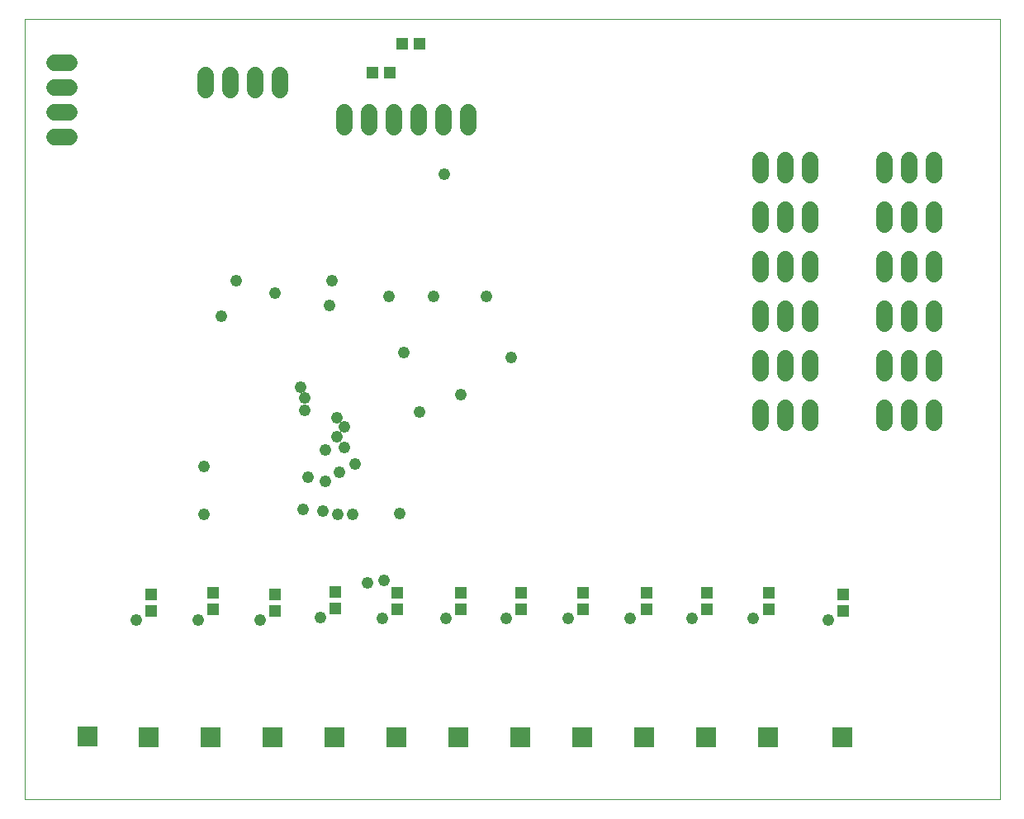
<source format=gbs>
G75*
%MOIN*%
%OFA0B0*%
%FSLAX25Y25*%
%IPPOS*%
%LPD*%
%AMOC8*
5,1,8,0,0,1.08239X$1,22.5*
%
%ADD10C,0.00000*%
%ADD11C,0.06737*%
%ADD12C,0.06800*%
%ADD13R,0.05131X0.04737*%
%ADD14R,0.04737X0.05131*%
%ADD15C,0.04762*%
%ADD16R,0.07887X0.07887*%
D10*
X0003500Y0001000D02*
X0003500Y0315961D01*
X0397201Y0315961D01*
X0397201Y0001000D01*
X0003500Y0001000D01*
D11*
X0076500Y0287531D02*
X0076500Y0293469D01*
X0086500Y0293469D02*
X0086500Y0287531D01*
X0096500Y0287531D02*
X0096500Y0293469D01*
X0106500Y0293469D02*
X0106500Y0287531D01*
D12*
X0132500Y0278500D02*
X0132500Y0272500D01*
X0142500Y0272500D02*
X0142500Y0278500D01*
X0152500Y0278500D02*
X0152500Y0272500D01*
X0162500Y0272500D02*
X0162500Y0278500D01*
X0172500Y0278500D02*
X0172500Y0272500D01*
X0182500Y0272500D02*
X0182500Y0278500D01*
X0300500Y0259000D02*
X0300500Y0253000D01*
X0310500Y0253000D02*
X0310500Y0259000D01*
X0320500Y0259000D02*
X0320500Y0253000D01*
X0320500Y0239000D02*
X0320500Y0233000D01*
X0310500Y0233000D02*
X0310500Y0239000D01*
X0300500Y0239000D02*
X0300500Y0233000D01*
X0300500Y0219000D02*
X0300500Y0213000D01*
X0310500Y0213000D02*
X0310500Y0219000D01*
X0320500Y0219000D02*
X0320500Y0213000D01*
X0320500Y0199000D02*
X0320500Y0193000D01*
X0310500Y0193000D02*
X0310500Y0199000D01*
X0300500Y0199000D02*
X0300500Y0193000D01*
X0300500Y0179000D02*
X0300500Y0173000D01*
X0310500Y0173000D02*
X0310500Y0179000D01*
X0320500Y0179000D02*
X0320500Y0173000D01*
X0320500Y0159000D02*
X0320500Y0153000D01*
X0310500Y0153000D02*
X0310500Y0159000D01*
X0300500Y0159000D02*
X0300500Y0153000D01*
X0350500Y0153000D02*
X0350500Y0159000D01*
X0360500Y0159000D02*
X0360500Y0153000D01*
X0370500Y0153000D02*
X0370500Y0159000D01*
X0370500Y0173000D02*
X0370500Y0179000D01*
X0360500Y0179000D02*
X0360500Y0173000D01*
X0350500Y0173000D02*
X0350500Y0179000D01*
X0350500Y0193000D02*
X0350500Y0199000D01*
X0360500Y0199000D02*
X0360500Y0193000D01*
X0370500Y0193000D02*
X0370500Y0199000D01*
X0370500Y0213000D02*
X0370500Y0219000D01*
X0360500Y0219000D02*
X0360500Y0213000D01*
X0350500Y0213000D02*
X0350500Y0219000D01*
X0350500Y0233000D02*
X0350500Y0239000D01*
X0360500Y0239000D02*
X0360500Y0233000D01*
X0370500Y0233000D02*
X0370500Y0239000D01*
X0370500Y0253000D02*
X0370500Y0259000D01*
X0360500Y0259000D02*
X0360500Y0253000D01*
X0350500Y0253000D02*
X0350500Y0259000D01*
X0021500Y0268500D02*
X0015500Y0268500D01*
X0015500Y0278500D02*
X0021500Y0278500D01*
X0021500Y0288500D02*
X0015500Y0288500D01*
X0015500Y0298500D02*
X0021500Y0298500D01*
D13*
X0054500Y0083846D03*
X0054500Y0077154D03*
X0079500Y0077654D03*
X0079500Y0084346D03*
X0104500Y0083846D03*
X0104500Y0077154D03*
X0129000Y0078154D03*
X0129000Y0084846D03*
X0154000Y0084346D03*
X0154000Y0077654D03*
X0179500Y0077654D03*
X0179500Y0084346D03*
X0204000Y0084346D03*
X0204000Y0077654D03*
X0229000Y0077654D03*
X0229000Y0084346D03*
X0254500Y0084346D03*
X0254500Y0077654D03*
X0279000Y0077654D03*
X0279000Y0084346D03*
X0304000Y0084346D03*
X0304000Y0077654D03*
X0334000Y0077154D03*
X0334000Y0083846D03*
D14*
X0150846Y0294500D03*
X0144154Y0294500D03*
X0156154Y0306000D03*
X0162846Y0306000D03*
D15*
X0173000Y0253500D03*
X0127500Y0210500D03*
X0126500Y0200500D03*
X0104500Y0205500D03*
X0089000Y0210500D03*
X0083000Y0196000D03*
X0115000Y0167500D03*
X0116500Y0163000D03*
X0116500Y0158000D03*
X0129500Y0155000D03*
X0132500Y0151500D03*
X0129500Y0147500D03*
X0132500Y0143000D03*
X0125000Y0142000D03*
X0130500Y0133000D03*
X0125000Y0129500D03*
X0118000Y0131000D03*
X0116000Y0118000D03*
X0124000Y0117500D03*
X0130000Y0116000D03*
X0136000Y0116000D03*
X0155000Y0116500D03*
X0137000Y0136500D03*
X0163000Y0157500D03*
X0179500Y0164500D03*
X0200000Y0179500D03*
X0190000Y0204000D03*
X0168500Y0204000D03*
X0150500Y0204000D03*
X0156500Y0181500D03*
X0076000Y0135500D03*
X0076000Y0116000D03*
X0073500Y0073500D03*
X0048500Y0073500D03*
X0098500Y0073500D03*
X0123000Y0074500D03*
X0142000Y0088500D03*
X0148500Y0089500D03*
X0148000Y0074000D03*
X0173500Y0074000D03*
X0198000Y0074000D03*
X0223000Y0074000D03*
X0248000Y0074000D03*
X0273000Y0074000D03*
X0297500Y0074000D03*
X0328000Y0073500D03*
D16*
X0333500Y0026000D03*
X0303500Y0026000D03*
X0278500Y0026000D03*
X0253500Y0026000D03*
X0228500Y0026000D03*
X0203500Y0026000D03*
X0178500Y0026000D03*
X0153500Y0026000D03*
X0128500Y0026000D03*
X0103500Y0026000D03*
X0078500Y0026000D03*
X0053500Y0026000D03*
X0029000Y0026500D03*
M02*

</source>
